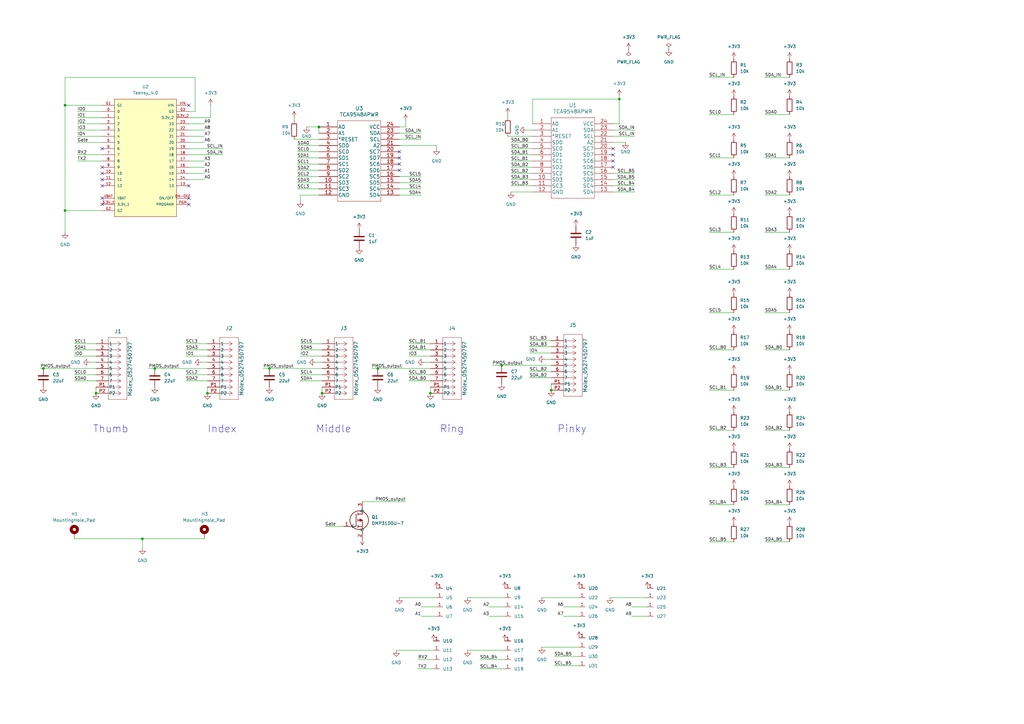
<source format=kicad_sch>
(kicad_sch (version 20230121) (generator eeschema)
  (paper "A3")
  (title_block (title "Main PCB V3 (for back of hand)") (company "CREATE lab EPFL") (comment 1 "Selina BOTHNER"))
  (junction (at 254 40.64))
  (junction (at 85.09 161.29))
  (junction (at 176.53 161.29))
  (junction (at 39.37 161.29))
  (junction (at 154.94 151.13))
  (junction (at 58.42 220.98))
  (junction (at 132.08 161.29))
  (junction (at 205.74 149.86))
  (junction (at 26.67 43.18))
  (junction (at 17.78 151.13))
  (junction (at 63.5 151.13))
  (junction (at 26.67 86.36))
  (junction (at 110.49 151.13))
  (junction (at 226.06 160.02))
  (junction (at 130.81 52.07))
  (no_connect (at 41.91 68.58))
  (no_connect (at 77.47 76.2))
  (no_connect (at 77.47 83.82))
  (no_connect (at 41.91 73.66))
  (no_connect (at 163.83 64.77))
  (no_connect (at 251.46 68.58))
  (no_connect (at 77.47 43.18))
  (no_connect (at 41.91 71.12))
  (no_connect (at 77.47 81.28))
  (no_connect (at 251.46 60.96))
  (no_connect (at 251.46 66.04))
  (no_connect (at 41.91 83.82))
  (no_connect (at 163.83 67.31))
  (no_connect (at 251.46 63.5))
  (no_connect (at 41.91 76.2))
  (no_connect (at 163.83 69.85))
  (no_connect (at 41.91 81.28))
  (no_connect (at 41.91 60.96))
  (no_connect (at 163.83 62.23))
  (wire (pts (xy 313.69 80.01) (xy 323.85 80.01)))
  (wire (pts (xy 313.69 191.77) (xy 323.85 191.77)))
  (wire (pts (xy 77.47 68.58) (xy 83.82 68.58)))
  (wire (pts (xy 167.64 153.67) (xy 176.53 153.67)))
  (wire (pts (xy 17.78 151.13) (xy 39.37 151.13)))
  (wire (pts (xy 209.55 58.42) (xy 218.44 58.42)))
  (wire (pts (xy 217.17 154.94) (xy 226.06 154.94)))
  (wire (pts (xy 107.95 151.13) (xy 110.49 151.13)))
  (wire (pts (xy 162.56 266.7) (xy 177.8 266.7)))
  (wire (pts (xy 30.48 156.21) (xy 39.37 156.21)))
  (wire (pts (xy 265.43 252.73) (xy 259.08 252.73)))
  (wire (pts (xy 26.67 31.75) (xy 26.67 43.18)))
  (wire (pts (xy 191.77 245.11) (xy 207.01 245.11)))
  (wire (pts (xy 217.17 139.7) (xy 226.06 139.7)))
  (wire (pts (xy 254 39.37) (xy 254 40.64)))
  (wire (pts (xy 121.92 67.31) (xy 130.81 67.31)))
  (wire (pts (xy 167.64 156.21) (xy 176.53 156.21)))
  (wire (pts (xy 251.46 55.88) (xy 260.35 55.88)))
  (wire (pts (xy 251.46 76.2) (xy 260.35 76.2)))
  (wire (pts (xy 123.19 80.01) (xy 130.81 80.01)))
  (wire (pts (xy 77.47 71.12) (xy 83.82 71.12)))
  (wire (pts (xy 208.28 48.26) (xy 208.28 46.99)))
  (wire (pts (xy 31.75 53.34) (xy 41.91 53.34)))
  (wire (pts (xy 132.08 158.75) (xy 132.08 161.29)))
  (wire (pts (xy 26.67 86.36) (xy 41.91 86.36)))
  (wire (pts (xy 172.72 80.01) (xy 163.83 80.01)))
  (wire (pts (xy 85.09 148.59) (xy 82.55 148.59)))
  (wire (pts (xy 177.8 270.51) (xy 171.45 270.51)))
  (wire (pts (xy 121.92 62.23) (xy 130.81 62.23)))
  (wire (pts (xy 254 40.64) (xy 254 50.8)))
  (wire (pts (xy 177.8 274.32) (xy 171.45 274.32)))
  (wire (pts (xy 31.75 63.5) (xy 41.91 63.5)))
  (wire (pts (xy 63.5 151.13) (xy 85.09 151.13)))
  (wire (pts (xy 123.19 156.21) (xy 132.08 156.21)))
  (wire (pts (xy 31.75 45.72) (xy 41.91 45.72)))
  (wire (pts (xy 31.75 50.8) (xy 41.91 50.8)))
  (wire (pts (xy 31.75 48.26) (xy 41.91 48.26)))
  (wire (pts (xy 77.47 63.5) (xy 91.44 63.5)))
  (wire (pts (xy 254 50.8) (xy 251.46 50.8)))
  (wire (pts (xy 209.55 71.12) (xy 218.44 71.12)))
  (wire (pts (xy 77.47 55.88) (xy 83.82 55.88)))
  (wire (pts (xy 120.65 49.53) (xy 120.65 48.26)))
  (wire (pts (xy 207.01 248.92) (xy 200.66 248.92)))
  (wire (pts (xy 77.47 73.66) (xy 83.82 73.66)))
  (wire (pts (xy 290.83 176.53) (xy 300.99 176.53)))
  (wire (pts (xy 176.53 148.59) (xy 173.99 148.59)))
  (wire (pts (xy 31.75 58.42) (xy 41.91 58.42)))
  (wire (pts (xy 313.69 160.02) (xy 323.85 160.02)))
  (wire (pts (xy 31.75 66.04) (xy 41.91 66.04)))
  (wire (pts (xy 77.47 45.72) (xy 80.01 45.72)))
  (wire (pts (xy 172.72 74.93) (xy 163.83 74.93)))
  (wire (pts (xy 209.55 78.74) (xy 218.44 78.74)))
  (wire (pts (xy 76.2 156.21) (xy 85.09 156.21)))
  (wire (pts (xy 209.55 66.04) (xy 218.44 66.04)))
  (wire (pts (xy 80.01 31.75) (xy 26.67 31.75)))
  (wire (pts (xy 313.69 64.77) (xy 323.85 64.77)))
  (wire (pts (xy 179.07 59.69) (xy 163.83 59.69)))
  (wire (pts (xy 217.17 152.4) (xy 226.06 152.4)))
  (wire (pts (xy 16.51 151.13) (xy 17.78 151.13)))
  (wire (pts (xy 60.96 151.13) (xy 63.5 151.13)))
  (wire (pts (xy 217.17 144.78) (xy 226.06 144.78)))
  (wire (pts (xy 121.92 69.85) (xy 130.81 69.85)))
  (wire (pts (xy 30.48 146.05) (xy 39.37 146.05)))
  (wire (pts (xy 163.83 245.11) (xy 179.07 245.11)))
  (wire (pts (xy 222.25 265.43) (xy 237.49 265.43)))
  (wire (pts (xy 179.07 248.92) (xy 172.72 248.92)))
  (wire (pts (xy 176.53 158.75) (xy 176.53 161.29)))
  (wire (pts (xy 166.37 52.07) (xy 166.37 49.53)))
  (wire (pts (xy 251.46 73.66) (xy 260.35 73.66)))
  (wire (pts (xy 30.48 153.67) (xy 39.37 153.67)))
  (wire (pts (xy 251.46 58.42) (xy 256.54 58.42)))
  (wire (pts (xy 85.09 158.75) (xy 85.09 161.29)))
  (wire (pts (xy 227.33 273.05) (xy 237.49 273.05)))
  (wire (pts (xy 123.19 80.01) (xy 123.19 82.55)))
  (wire (pts (xy 226.06 157.48) (xy 226.06 160.02)))
  (wire (pts (xy 76.2 146.05) (xy 85.09 146.05)))
  (wire (pts (xy 290.83 110.49) (xy 300.99 110.49)))
  (wire (pts (xy 290.83 191.77) (xy 300.99 191.77)))
  (wire (pts (xy 77.47 53.34) (xy 83.82 53.34)))
  (wire (pts (xy 201.93 149.86) (xy 205.74 149.86)))
  (wire (pts (xy 209.55 68.58) (xy 218.44 68.58)))
  (wire (pts (xy 110.49 151.13) (xy 132.08 151.13)))
  (wire (pts (xy 120.65 57.15) (xy 130.81 57.15)))
  (wire (pts (xy 290.83 31.75) (xy 300.99 31.75)))
  (wire (pts (xy 132.08 148.59) (xy 129.54 148.59)))
  (wire (pts (xy 26.67 95.25) (xy 26.67 86.36)))
  (wire (pts (xy 209.55 73.66) (xy 218.44 73.66)))
  (wire (pts (xy 58.42 220.98) (xy 83.82 220.98)))
  (wire (pts (xy 313.69 176.53) (xy 323.85 176.53)))
  (wire (pts (xy 313.69 128.27) (xy 323.85 128.27)))
  (wire (pts (xy 313.69 207.01) (xy 323.85 207.01)))
  (wire (pts (xy 313.69 143.51) (xy 323.85 143.51)))
  (wire (pts (xy 36.83 148.59) (xy 39.37 148.59)))
  (wire (pts (xy 133.35 215.9) (xy 140.97 215.9)))
  (wire (pts (xy 196.85 274.32) (xy 207.01 274.32)))
  (wire (pts (xy 77.47 66.04) (xy 83.82 66.04)))
  (wire (pts (xy 290.83 143.51) (xy 300.99 143.51)))
  (wire (pts (xy 26.67 43.18) (xy 26.67 86.36)))
  (wire (pts (xy 290.83 160.02) (xy 300.99 160.02)))
  (wire (pts (xy 290.83 46.99) (xy 300.99 46.99)))
  (wire (pts (xy 313.69 31.75) (xy 323.85 31.75)))
  (wire (pts (xy 313.69 222.25) (xy 323.85 222.25)))
  (wire (pts (xy 39.37 158.75) (xy 39.37 161.29)))
  (wire (pts (xy 209.55 60.96) (xy 218.44 60.96)))
  (wire (pts (xy 166.37 205.74) (xy 148.59 205.74)))
  (wire (pts (xy 121.92 59.69) (xy 130.81 59.69)))
  (wire (pts (xy 31.75 55.88) (xy 41.91 55.88)))
  (wire (pts (xy 218.44 50.8) (xy 218.44 40.64)))
  (wire (pts (xy 58.42 220.98) (xy 58.42 224.79)))
  (wire (pts (xy 313.69 95.25) (xy 323.85 95.25)))
  (wire (pts (xy 163.83 54.61) (xy 172.72 54.61)))
  (wire (pts (xy 167.64 146.05) (xy 176.53 146.05)))
  (wire (pts (xy 237.49 248.92) (xy 231.14 248.92)))
  (wire (pts (xy 250.19 245.11) (xy 265.43 245.11)))
  (wire (pts (xy 251.46 53.34) (xy 260.35 53.34)))
  (wire (pts (xy 196.85 270.51) (xy 207.01 270.51)))
  (wire (pts (xy 179.07 252.73) (xy 172.72 252.73)))
  (wire (pts (xy 77.47 60.96) (xy 91.44 60.96)))
  (wire (pts (xy 30.48 220.98) (xy 58.42 220.98)))
  (wire (pts (xy 166.37 52.07) (xy 163.83 52.07)))
  (wire (pts (xy 30.48 143.51) (xy 39.37 143.51)))
  (wire (pts (xy 80.01 45.72) (xy 80.01 31.75)))
  (wire (pts (xy 76.2 153.67) (xy 85.09 153.67)))
  (wire (pts (xy 207.01 252.73) (xy 200.66 252.73)))
  (wire (pts (xy 290.83 207.01) (xy 300.99 207.01)))
  (wire (pts (xy 290.83 222.25) (xy 300.99 222.25)))
  (wire (pts (xy 237.49 252.73) (xy 231.14 252.73)))
  (wire (pts (xy 77.47 48.26) (xy 86.36 48.26)))
  (wire (pts (xy 123.19 153.67) (xy 132.08 153.67)))
  (wire (pts (xy 121.92 74.93) (xy 130.81 74.93)))
  (wire (pts (xy 290.83 128.27) (xy 300.99 128.27)))
  (wire (pts (xy 76.2 140.97) (xy 85.09 140.97)))
  (wire (pts (xy 123.19 140.97) (xy 132.08 140.97)))
  (wire (pts (xy 217.17 142.24) (xy 226.06 142.24)))
  (wire (pts (xy 191.77 266.7) (xy 207.01 266.7)))
  (wire (pts (xy 130.81 54.61) (xy 130.81 52.07)))
  (wire (pts (xy 41.91 43.18) (xy 26.67 43.18)))
  (wire (pts (xy 121.92 72.39) (xy 130.81 72.39)))
  (wire (pts (xy 152.4 151.13) (xy 154.94 151.13)))
  (wire (pts (xy 218.44 53.34) (xy 215.9 53.34)))
  (wire (pts (xy 227.33 269.24) (xy 237.49 269.24)))
  (wire (pts (xy 179.07 60.96) (xy 179.07 59.69)))
  (wire (pts (xy 121.92 64.77) (xy 130.81 64.77)))
  (wire (pts (xy 86.36 48.26) (xy 86.36 43.18)))
  (wire (pts (xy 218.44 40.64) (xy 254 40.64)))
  (wire (pts (xy 123.19 146.05) (xy 132.08 146.05)))
  (wire (pts (xy 76.2 143.51) (xy 85.09 143.51)))
  (wire (pts (xy 313.69 46.99) (xy 323.85 46.99)))
  (wire (pts (xy 121.92 77.47) (xy 130.81 77.47)))
  (wire (pts (xy 209.55 76.2) (xy 218.44 76.2)))
  (wire (pts (xy 163.83 57.15) (xy 172.72 57.15)))
  (wire (pts (xy 172.72 72.39) (xy 163.83 72.39)))
  (wire (pts (xy 154.94 151.13) (xy 176.53 151.13)))
  (wire (pts (xy 205.74 149.86) (xy 226.06 149.86)))
  (wire (pts (xy 290.83 80.01) (xy 300.99 80.01)))
  (wire (pts (xy 30.48 140.97) (xy 39.37 140.97)))
  (wire (pts (xy 208.28 55.88) (xy 218.44 55.88)))
  (wire (pts (xy 290.83 95.25) (xy 300.99 95.25)))
  (wire (pts (xy 251.46 71.12) (xy 260.35 71.12)))
  (wire (pts (xy 290.83 64.77) (xy 300.99 64.77)))
  (wire (pts (xy 251.46 78.74) (xy 260.35 78.74)))
  (wire (pts (xy 172.72 77.47) (xy 163.83 77.47)))
  (wire (pts (xy 130.81 52.07) (xy 125.73 52.07)))
  (wire (pts (xy 313.69 110.49) (xy 323.85 110.49)))
  (wire (pts (xy 226.06 147.32) (xy 223.52 147.32)))
  (wire (pts (xy 167.64 140.97) (xy 176.53 140.97)))
  (wire (pts (xy 265.43 248.92) (xy 259.08 248.92)))
  (wire (pts (xy 209.55 63.5) (xy 218.44 63.5)))
  (wire (pts (xy 123.19 143.51) (xy 132.08 143.51)))
  (wire (pts (xy 77.47 58.42) (xy 83.82 58.42)))
  (wire (pts (xy 222.25 245.11) (xy 237.49 245.11)))
  (wire (pts (xy 77.47 50.8) (xy 83.82 50.8)))
  (wire (pts (xy 167.64 143.51) (xy 176.53 143.51)))
  (text "Thumb" (at 38.1 177.8 0) (effects (font (size 3 3)) (justify left bottom)))
  (text "Index" (at 85.09 177.8 0) (effects (font (size 3 3)) (justify left bottom)))
  (text "Ring" (at 180.34 177.8 0) (effects (font (size 3 3)) (justify left bottom)))
  (text "Middle" (at 129.54 177.8 0) (effects (font (size 3 3)) (justify left bottom)))
  (text "Pinky" (at 228.6 177.8 0) (effects (font (size 3 3)) (justify left bottom)))
  (label "SCL1" (at 290.83 64.77 0))
  (label "IO4" (at 31.75 55.88 0))
  (label "A0" (at 83.82 73.66 0))
  (label "Gate" (at 133.35 215.9 0))
  (label "SCL_B1" (at 290.83 160.02 0))
  (label "SDA_B5" (at 227.33 269.24 0))
  (label "SDA5" (at 172.72 74.93 180))
  (label "SCL_B5" (at 290.83 222.25 0))
  (label "SDA3" (at 76.2 143.51 0))
  (label "SDA_B2" (at 209.55 68.58 0))
  (label "SDA_B1" (at 209.55 63.5 0))
  (label "PMOS_output" (at 16.51 151.13 0))
  (label "A2" (at 83.82 68.58 0))
  (label "SCL5" (at 123.19 140.97 0))
  (label "SCL_B5" (at 227.33 273.05 0))
  (label "SCL_B2" (at 217.17 152.4 0))
  (label "SDA3" (at 121.92 74.93 0))
  (label "SCL_IN" (at 290.83 31.75 0))
  (label "A8" (at 83.82 53.34 0))
  (label "A1" (at 172.72 252.73 180))
  (label "SDA_B4" (at 313.69 207.01 0))
  (label "IO0" (at 31.75 45.72 0))
  (label "A1" (at 83.82 71.12 0))
  (label "SDA_B5" (at 260.35 73.66 180))
  (label "SCL_B5" (at 260.35 71.12 180))
  (label "SCL_B2" (at 290.83 176.53 0))
  (label "SDA_B3" (at 217.17 142.24 0))
  (label "A9" (at 83.82 50.8 0))
  (label "SDA_B2" (at 217.17 154.94 0))
  (label "SDA1" (at 313.69 64.77 0))
  (label "SCL1" (at 30.48 140.97 0))
  (label "A2" (at 200.66 248.92 180))
  (label "RX2" (at 171.45 270.51 0))
  (label "IO3" (at 31.75 53.34 0))
  (label "SDA_B3" (at 209.55 73.66 0))
  (label "SDA2" (at 121.92 69.85 0))
  (label "SCL4" (at 172.72 77.47 180))
  (label "SDA3" (at 313.69 95.25 0))
  (label "PMOS_output" (at 201.93 149.86 0))
  (label "A9" (at 259.08 252.73 180))
  (label "IO2" (at 123.19 146.05 0))
  (label "IO1" (at 31.75 48.26 0))
  (label "SDA0" (at 313.69 46.99 0))
  (label "SDA2" (at 76.2 156.21 0))
  (label "SDA_B0" (at 167.64 156.21 0))
  (label "IO0" (at 30.48 146.05 0))
  (label "SDA_B1" (at 167.64 143.51 0))
  (label "SCL_IN" (at 260.35 55.88 180))
  (label "SCL_IN" (at 172.72 57.15 180))
  (label "A7" (at 231.14 252.73 180))
  (label "SDA_IN" (at 172.72 54.61 180))
  (label "SCL_B3" (at 217.17 139.7 0))
  (label "SCL_B4" (at 196.85 274.32 0))
  (label "A6" (at 231.14 248.92 180))
  (label "SDA_IN" (at 91.44 63.5 180))
  (label "SDA4" (at 123.19 156.21 0))
  (label "SDA_B5" (at 313.69 222.25 0))
  (label "PMOS_output" (at 107.95 151.13 0))
  (label "A6" (at 83.82 58.42 0))
  (label "SDA4" (at 172.72 80.01 180))
  (label "SDA5" (at 123.19 143.51 0))
  (label "SCL2" (at 290.83 80.01 0))
  (label "SCL_B1" (at 209.55 66.04 0))
  (label "SDA_B4" (at 260.35 78.74 180))
  (label "SCL3" (at 121.92 77.47 0))
  (label "SDA_B3" (at 313.69 191.77 0))
  (label "SDA0" (at 121.92 59.69 0))
  (label "IO4" (at 217.17 144.78 0))
  (label "SDA2" (at 313.69 80.01 0))
  (label "SDA5" (at 313.69 128.27 0))
  (label "SDA_B1" (at 313.69 160.02 0))
  (label "SCL4" (at 123.19 153.67 0))
  (label "A8" (at 259.08 248.92 180))
  (label "SDA0" (at 30.48 156.21 0))
  (label "SCL_B0" (at 290.83 143.51 0))
  (label "A7" (at 83.82 55.88 0))
  (label "A3" (at 200.66 252.73 180))
  (label "SCL_IN" (at 91.44 60.96 180))
  (label "PMOS_output" (at 60.96 151.13 0))
  (label "SDA_B2" (at 313.69 176.53 0))
  (label "SCL0" (at 121.92 62.23 0))
  (label "SCL_B3" (at 209.55 76.2 0))
  (label "SCL_B2" (at 209.55 71.12 0))
  (label "SDA_B0" (at 209.55 58.42 0))
  (label "Gate" (at 31.75 58.42 0))
  (label "A3" (at 83.82 66.04 0))
  (label "IO2" (at 31.75 50.8 0))
  (label "SCL4" (at 290.83 110.49 0))
  (label "RX2" (at 31.75 63.5 0))
  (label "SDA_IN" (at 260.35 53.34 180))
  (label "IO1" (at 76.2 146.05 0))
  (label "SCL_B1" (at 167.64 140.97 0))
  (label "TX2" (at 171.45 274.32 0))
  (label "SCL_B4" (at 290.83 207.01 0))
  (label "SCL2" (at 121.92 72.39 0))
  (label "SDA4" (at 313.69 110.49 0))
  (label "SDA_B0" (at 313.69 143.51 0))
  (label "SDA_B4" (at 196.85 270.51 0))
  (label "SCL0" (at 290.83 46.99 0))
  (label "SCL5" (at 172.72 72.39 180))
  (label "SCL_B0" (at 209.55 60.96 0))
  (label "SCL5" (at 290.83 128.27 0))
  (label "SCL1" (at 121.92 67.31 0))
  (label "SCL_B3" (at 290.83 191.77 0))
  (label "SDA1" (at 121.92 64.77 0))
  (label "SCL0" (at 30.48 153.67 0))
  (label "PMOS_output" (at 152.4 151.13 0))
  (label "SCL2" (at 76.2 153.67 0))
  (label "TX2" (at 31.75 66.04 0))
  (label "SCL_B0" (at 167.64 153.67 0))
  (label "A0" (at 172.72 248.92 180))
  (label "SDA_IN" (at 313.69 31.75 0))
  (label "SCL_B4" (at 260.35 76.2 180))
  (label "SDA1" (at 30.48 143.51 0))
  (label "PMOS_output" (at 166.37 205.74 180))
  (label "SCL3" (at 76.2 140.97 0))
  (label "IO3" (at 167.64 146.05 0))
  (label "SCL3" (at 290.83 95.25 0))
  (symbol (lib_id "power:GND") (at 162.56 266.7 0) (unit 1)
    (property "Reference" "#PWR063" (effects hide))
    (property "Value" "GND" (at 162.56 271.78 0))
  )
  (symbol (lib_id "power:+3V3") (at 300.99 57.15 0) (unit 1)
    (property "Reference" "#PWR013" (effects hide))
    (property "Value" "+3V3" (at 300.99 52.07 0))
  )
  (symbol (lib_id "power:GND") (at 36.83 148.59 270) (unit 1)
    (property "Reference" "#PWR06" (effects hide))
    (property "Value" "GND" (at 33.02 148.59 90) (effects (justify right)))
  )
  (symbol (lib_id "power:+3V3") (at 237.49 241.3 0) (unit 1)
    (property "Reference" "#PWR068" (effects hide))
    (property "Value" "+3V3" (at 237.49 236.22 0))
  )
  (symbol (lib_id "MasterThesis_library:pad") (at 237.49 248.92 0) (unit 1)
    (property "Reference" "U24" (at 241.3 248.92 0) (effects (justify left)))
    (property "Value" "pad" (effects hide))
    (property "Footprint" "MasterThesis_library:pad" (effects hide))
  )
  (symbol (lib_id "power:+3V3") (at 208.28 46.99 0) (unit 1)
    (property "Reference" "#PWR029" (effects hide))
    (property "Value" "+3V3" (at 208.28 41.91 0))
  )
  (symbol (lib_id "MasterThesis_library:pad") (at 237.49 265.43 0) (unit 1)
    (property "Reference" "U29" (at 241.3 265.43 0) (effects (justify left)))
    (property "Value" "pad" (effects hide))
    (property "Footprint" "MasterThesis_library:pad" (effects hide))
  )
  (symbol (lib_id "power:GND") (at 236.22 100.33 0) (unit 1)
    (property "Reference" "#PWR027" (effects hide))
    (property "Value" "GND" (at 236.22 105.41 0))
  )
  (symbol (lib_id "power:GND") (at 110.49 158.75 0) (unit 1)
    (property "Reference" "#PWR054" (effects hide))
    (property "Value" "GND" (at 110.49 163.83 0))
  )
  (symbol (lib_id "power:GND") (at 173.99 148.59 270) (unit 1)
    (property "Reference" "#PWR032" (effects hide))
    (property "Value" "GND" (at 170.18 148.59 90) (effects (justify right)))
  )
  (symbol (lib_id "power:+3V3") (at 300.99 72.39 0) (unit 1)
    (property "Reference" "#PWR015" (effects hide))
    (property "Value" "+3V3" (at 300.99 67.31 0))
  )
  (symbol (lib_id "power:+3V3") (at 207.01 241.3 0) (unit 1)
    (property "Reference" "#PWR060" (effects hide))
    (property "Value" "+3V3" (at 207.01 236.22 0))
  )
  (symbol (lib_id "power:+3V3") (at 166.37 49.53 0) (unit 1)
    (property "Reference" "#PWR05" (effects hide))
    (property "Value" "+3V3" (at 166.37 44.45 0))
  )
  (symbol (lib_id "power:+3V3") (at 323.85 199.39 0) (unit 1)
    (property "Reference" "#PWR065" (effects hide))
    (property "Value" "+3V3" (at 323.85 194.31 0))
  )
  (symbol (lib_id "power:+3V3") (at 147.32 93.98 0) (unit 1)
    (property "Reference" "#PWR025" (effects hide))
    (property "Value" "+3V3" (at 147.32 88.9 0))
  )
  (symbol (lib_id "MasterThesis_library:pad") (at 237.49 261.62 0) (unit 1)
    (property "Reference" "U28" (at 241.3 261.62 0) (effects (justify left)))
    (property "Value" "pad" (effects hide))
    (property "Footprint" "MasterThesis_library:pad" (effects hide))
  )
  (symbol (lib_id "MasterThesis_library:pad") (at 237.49 252.73 0) (unit 1)
    (property "Reference" "U26" (at 241.3 252.73 0) (effects (justify left)))
    (property "Value" "pad" (effects hide))
    (property "Footprint" "MasterThesis_library:pad" (effects hide))
  )
  (symbol (lib_id "power:+3V3") (at 300.99 102.87 0) (unit 1)
    (property "Reference" "#PWR039" (effects hide))
    (property "Value" "+3V3" (at 300.99 97.79 0))
  )
  (symbol (lib_id "power:GND") (at 129.54 148.59 270) (unit 1)
    (property "Reference" "#PWR030" (effects hide))
    (property "Value" "GND" (at 125.73 148.59 90) (effects (justify right)))
  )
  (symbol (lib_id "MasterThesis_library:Molex_0527450797") (at 39.37 140.97 0) (unit 1)
    (property "Reference" "J1" (at 46.99 135.89 0) (effects (font (size 1.524 1.524)) (justify left)))
    (property "Value" "Molex_0527450797" (at 53.34 162.56 90) (effects (font (size 1.524 1.524)) (justify left)))
    (property "Footprint" "MasterThesis_library:Molex_0527450797" (effects hide))
    (property "Datasheet" "527450797" (effects hide))
  )
  (symbol (lib_id "power:PWR_FLAG") (at 257.81 20.32 180) (unit 1)
    (property "Reference" "#FLG02" (effects hide))
    (property "Value" "PWR_FLAG" (at 257.81 25.4 0))
  )
  (symbol (lib_id "Device:C") (at 63.5 154.94 0) (unit 1)
    (property "Reference" "C4" (at 67.31 153.67 0) (effects (justify left)))
    (property "Value" "22uF" (at 67.31 156.21 0) (effects (justify left)))
    (property "Footprint" "MasterThesis_library:0402_HandSolder" (effects hide))
  )
  (symbol (lib_id "power:GND") (at 256.54 58.42 0) (unit 1)
    (property "Reference" "#PWR051" (effects hide))
    (property "Value" "GND" (at 256.54 62.23 0))
  )
  (symbol (lib_id "MasterThesis_library:pad") (at 265.43 245.11 0) (unit 1)
    (property "Reference" "U23" (at 269.24 245.11 0) (effects (justify left)))
    (property "Value" "pad" (effects hide))
    (property "Footprint" "MasterThesis_library:pad" (effects hide))
  )
  (symbol (lib_id "power:GND") (at 17.78 158.75 0) (unit 1)
    (property "Reference" "#PWR052" (effects hide))
    (property "Value" "GND" (at 17.78 163.83 0))
  )
  (symbol (lib_id "Device:C") (at 17.78 154.94 0) (unit 1)
    (property "Reference" "C3" (at 21.59 153.67 0) (effects (justify left)))
    (property "Value" "22uF" (at 21.59 156.21 0) (effects (justify left)))
    (property "Footprint" "MasterThesis_library:0402_HandSolder" (effects hide))
  )
  (symbol (lib_id "Device:R") (at 120.65 53.34 0) (unit 1)
    (property "Reference" "R9" (at 115.57 52.07 0) (effects (justify left)))
    (property "Value" "10k" (at 115.57 54.61 0) (effects (justify left)))
    (property "Footprint" "MasterThesis_library:0402_HandSolder" (effects hide))
  )
  (symbol (lib_id "Mechanical:MountingHole_Pad") (at 83.82 218.44 0) (unit 1)
    (property "Reference" "H3" (at 82.55 210.82 0) (effects (justify left)))
    (property "Value" "MountingHole_Pad" (at 74.93 213.36 0) (effects (justify left)))
    (property "Footprint" "MountingHole:MountingHole_3.2mm_M3_DIN965_Pad" (effects hide))
  )
  (symbol (lib_id "Mechanical:MountingHole_Pad") (at 30.48 218.44 0) (unit 1)
    (property "Reference" "H1" (at 29.21 210.82 0) (effects (justify left)))
    (property "Value" "MountingHole_Pad" (at 21.59 213.36 0) (effects (justify left)))
    (property "Footprint" "MountingHole:MountingHole_3.2mm_M3_DIN965_Pad" (effects hide))
  )
  (symbol (lib_id "power:+3V3") (at 237.49 261.62 0) (unit 1)
    (property "Reference" "#PWR074" (effects hide))
    (property "Value" "+3V3" (at 237.49 256.54 0))
  )
  (symbol (lib_id "MasterThesis_library:pad") (at 207.01 241.3 0) (unit 1)
    (property "Reference" "U8" (at 210.82 241.3 0) (effects (justify left)))
    (property "Value" "pad" (effects hide))
    (property "Footprint" "MasterThesis_library:pad" (effects hide))
  )
  (symbol (lib_id "power:+3V3") (at 179.07 241.3 0) (unit 1)
    (property "Reference" "#PWR058" (effects hide))
    (property "Value" "+3V3" (at 179.07 236.22 0))
  )
  (symbol (lib_id "Device:R") (at 323.85 124.46 0) (unit 1)
    (property "Reference" "R16" (at 326.39 123.19 0) (effects (justify left)))
    (property "Value" "10k" (at 326.39 125.73 0) (effects (justify left)))
    (property "Footprint" "MasterThesis_library:0402_HandSolder" (effects hide))
  )
  (symbol (lib_id "power:+3V3") (at 323.85 72.39 0) (unit 1)
    (property "Reference" "#PWR016" (effects hide))
    (property "Value" "+3V3" (at 323.85 67.31 0))
  )
  (symbol (lib_id "power:GND") (at 147.32 101.6 0) (unit 1)
    (property "Reference" "#PWR026" (effects hide))
    (property "Value" "GND" (at 147.32 106.68 0))
  )
  (symbol (lib_id "Device:R") (at 323.85 139.7 0) (unit 1)
    (property "Reference" "R18" (at 326.39 138.43 0) (effects (justify left)))
    (property "Value" "10k" (at 326.39 140.97 0) (effects (justify left)))
    (property "Footprint" "MasterThesis_library:0402_HandSolder" (effects hide))
  )
  (symbol (lib_id "MasterThesis_library:Molex_0527450797") (at 176.53 140.97 0) (unit 1)
    (property "Reference" "J4" (at 185.42 134.62 0) (effects (font (size 1.524 1.524))))
    (property "Value" "Molex_0527450797" (at 190.5 151.13 90) (effects (font (size 1.524 1.524))))
    (property "Footprint" "MasterThesis_library:Molex_0527450797" (effects hide))
    (property "Datasheet" "527450797" (effects hide))
  )
  (symbol (lib_id "Device:R") (at 323.85 60.96 0) (unit 1)
    (property "Reference" "R6" (at 326.39 59.69 0) (effects (justify left)))
    (property "Value" "10k" (at 326.39 62.23 0) (effects (justify left)))
    (property "Footprint" "MasterThesis_library:0402_HandSolder" (effects hide))
  )
  (symbol (lib_id "MasterThesis_library:pad") (at 265.43 241.3 0) (unit 1)
    (property "Reference" "U21" (at 269.24 241.3 0) (effects (justify left)))
    (property "Value" "pad" (effects hide))
    (property "Footprint" "MasterThesis_library:pad" (effects hide))
  )
  (symbol (lib_id "Device:C") (at 147.32 97.79 0) (unit 1)
    (property "Reference" "C1" (at 151.13 96.52 0) (effects (justify left)))
    (property "Value" "1uF" (at 151.13 99.06 0) (effects (justify left)))
    (property "Footprint" "MasterThesis_library:0402_HandSolder" (effects hide))
  )
  (symbol (lib_id "power:GND") (at 250.19 245.11 0) (unit 1)
    (property "Reference" "#PWR071" (effects hide))
    (property "Value" "GND" (at 250.19 250.19 0))
  )
  (symbol (lib_id "power:+3V3") (at 323.85 87.63 0) (unit 1)
    (property "Reference" "#PWR038" (effects hide))
    (property "Value" "+3V3" (at 323.85 82.55 0))
  )
  (symbol (lib_id "power:+3V3") (at 86.36 43.18 0) (unit 1)
    (property "Reference" "#PWR04" (effects hide))
    (property "Value" "+3V3" (at 86.36 38.1 0))
  )
  (symbol (lib_id "power:GND") (at 191.77 266.7 0) (unit 1)
    (property "Reference" "#PWR067" (effects hide))
    (property "Value" "GND" (at 191.77 271.78 0))
  )
  (symbol (lib_id "MasterThesis_library:Molex_0527450797") (at 132.08 140.97 0) (unit 1)
    (property "Reference" "J3" (at 140.97 134.62 0) (effects (font (size 1.524 1.524))))
    (property "Value" "Molex_0527450797" (at 146.05 151.13 90) (effects (font (size 1.524 1.524))))
    (property "Footprint" "MasterThesis_library:Molex_0527450797" (effects hide))
    (property "Datasheet" "527450797" (effects hide))
  )
  (symbol (lib_id "power:GND") (at 63.5 158.75 0) (unit 1)
    (property "Reference" "#PWR053" (effects hide))
    (property "Value" "GND" (at 63.5 163.83 0))
  )
  (symbol (lib_id "Device:R") (at 323.85 43.18 0) (unit 1)
    (property "Reference" "R4" (at 326.39 41.91 0) (effects (justify left)))
    (property "Value" "10k" (at 326.39 44.45 0) (effects (justify left)))
    (property "Footprint" "MasterThesis_library:0402_HandSolder" (effects hide))
  )
  (symbol (lib_id "Device:R") (at 323.85 187.96 0) (unit 1)
    (property "Reference" "R22" (at 326.39 186.69 0) (effects (justify left)))
    (property "Value" "10k" (at 326.39 189.23 0) (effects (justify left)))
    (property "Footprint" "MasterThesis_library:0402_HandSolder" (effects hide))
  )
  (symbol (lib_id "Device:R") (at 323.85 156.21 0) (unit 1)
    (property "Reference" "R20" (at 326.39 154.94 0) (effects (justify left)))
    (property "Value" "10k" (at 326.39 157.48 0) (effects (justify left)))
    (property "Footprint" "MasterThesis_library:0402_HandSolder" (effects hide))
  )
  (symbol (lib_id "power:+3V3") (at 300.99 87.63 0) (unit 1)
    (property "Reference" "#PWR037" (effects hide))
    (property "Value" "+3V3" (at 300.99 82.55 0))
  )
  (symbol (lib_id "power:GND") (at 26.67 95.25 0) (unit 1)
    (property "Reference" "#PWR01" (effects hide))
    (property "Value" "GND" (at 26.67 100.33 0))
  )
  (symbol (lib_id "power:GND") (at 58.42 224.79 0) (unit 1)
    (property "Reference" "#PWR022" (effects hide))
    (property "Value" "GND" (at 58.42 229.87 0))
  )
  (symbol (lib_id "Device:R") (at 300.99 106.68 0) (unit 1)
    (property "Reference" "R13" (at 303.53 105.41 0) (effects (justify left)))
    (property "Value" "10k" (at 303.53 107.95 0) (effects (justify left)))
    (property "Footprint" "MasterThesis_library:0402_HandSolder" (effects hide))
  )
  (symbol (lib_id "MasterThesis_library:pad") (at 207.01 274.32 0) (unit 1)
    (property "Reference" "U19" (at 210.82 274.32 0) (effects (justify left)))
    (property "Value" "pad" (effects hide))
    (property "Footprint" "MasterThesis_library:pad" (effects hide))
  )
  (symbol (lib_id "power:GND") (at 215.9 53.34 270) (unit 1)
    (property "Reference" "#PWR036" (effects hide))
    (property "Value" "GND" (at 212.09 53.34 0))
  )
  (symbol (lib_id "Device:R") (at 323.85 172.72 0) (unit 1)
    (property "Reference" "R24" (at 326.39 171.45 0) (effects (justify left)))
    (property "Value" "10k" (at 326.39 173.99 0) (effects (justify left)))
    (property "Footprint" "MasterThesis_library:0402_HandSolder" (effects hide))
  )
  (symbol (lib_id "power:GND") (at 222.25 245.11 0) (unit 1)
    (property "Reference" "#PWR070" (effects hide))
    (property "Value" "GND" (at 222.25 250.19 0))
  )
  (symbol (lib_id "MasterThesis_library:Molex_0527450797") (at 85.09 140.97 0) (unit 1)
    (property "Reference" "J2" (at 93.98 134.62 0) (effects (font (size 1.524 1.524))))
    (property "Value" "Molex_0527450797" (at 99.06 151.13 90) (effects (font (size 1.524 1.524))))
    (property "Footprint" "MasterThesis_library:Molex_0527450797" (effects hide))
    (property "Datasheet" "527450797" (effects hide))
  )
  (symbol (lib_id "MasterThesis_library:pad") (at 207.01 245.11 0) (unit 1)
    (property "Reference" "U9" (at 210.82 245.11 0) (effects (justify left)))
    (property "Value" "pad" (effects hide))
    (property "Footprint" "MasterThesis_library:pad" (effects hide))
  )
  (symbol (lib_id "MasterThesis_library:pad") (at 207.01 270.51 0) (unit 1)
    (property "Reference" "U18" (at 210.82 270.51 0) (effects (justify left)))
    (property "Value" "pad" (effects hide))
    (property "Footprint" "MasterThesis_library:pad" (effects hide))
  )
  (symbol (lib_id "MasterThesis_library:Molex_0527450797") (at 226.06 139.7 0) (unit 1)
    (property "Reference" "J5" (at 234.95 133.35 0) (effects (font (size 1.524 1.524))))
    (property "Value" "Molex_0527450797" (at 240.03 149.86 90) (effects (font (size 1.524 1.524))))
    (property "Footprint" "MasterThesis_library:Molex_0527450797" (effects hide))
    (property "Datasheet" "527450797" (effects hide))
  )
  (symbol (lib_id "power:GND") (at 274.32 20.32 0) (unit 1)
    (property "Reference" "#PWR021" (effects hide))
    (property "Value" "GND" (at 274.32 25.4 0))
  )
  (symbol (lib_id "Device:C") (at 110.49 154.94 0) (unit 1)
    (property "Reference" "C5" (at 114.3 153.67 0) (effects (justify left)))
    (property "Value" "22uF" (at 114.3 156.21 0) (effects (justify left)))
    (property "Footprint" "MasterThesis_library:0402_HandSolder" (effects hide))
  )
  (symbol (lib_id "power:+3V3") (at 300.99 39.37 0) (unit 1)
    (property "Reference" "#PWR09" (effects hide))
    (property "Value" "+3V3" (at 300.99 34.29 0))
  )
  (symbol (lib_id "power:+3V3") (at 257.81 20.32 0) (unit 1)
    (property "Reference" "#PWR020" (effects hide))
    (property "Value" "+3V3" (at 257.81 15.24 0))
  )
  (symbol (lib_id "MasterThesis_library:pad") (at 237.49 273.05 0) (unit 1)
    (property "Reference" "U31" (at 241.3 273.05 0) (effects (justify left)))
    (property "Value" "pad" (effects hide))
    (property "Footprint" "MasterThesis_library:pad" (effects hide))
  )
  (symbol (lib_id "power:GND") (at 85.09 161.29 0) (unit 1)
    (property "Reference" "#PWR024" (effects hide))
    (property "Value" "GND" (at 85.09 166.37 0))
  )
  (symbol (lib_id "power:GND") (at 222.25 265.43 0) (unit 1)
    (property "Reference" "#PWR075" (effects hide))
    (property "Value" "GND" (at 222.25 270.51 0))
  )
  (symbol (lib_id "MasterThesis_library:pad") (at 177.8 262.89 0) (unit 1)
    (property "Reference" "U10" (at 181.61 262.89 0) (effects (justify left)))
    (property "Value" "pad" (effects hide))
    (property "Footprint" "MasterThesis_library:pad" (effects hide))
  )
  (symbol (lib_id "power:+3V3") (at 323.85 168.91 0) (unit 1)
    (property "Reference" "#PWR050" (effects hide))
    (property "Value" "+3V3" (at 323.85 163.83 0))
  )
  (symbol (lib_id "power:+3V3") (at 323.85 39.37 0) (unit 1)
    (property "Reference" "#PWR012" (effects hide))
    (property "Value" "+3V3" (at 323.85 34.29 0))
  )
  (symbol (lib_id "Device:R") (at 300.99 91.44 0) (unit 1)
    (property "Reference" "R11" (at 303.53 90.17 0) (effects (justify left)))
    (property "Value" "10k" (at 303.53 92.71 0) (effects (justify left)))
    (property "Footprint" "MasterThesis_library:0402_HandSolder" (effects hide))
  )
  (symbol (lib_id "MasterThesis_library:pad") (at 177.8 266.7 0) (unit 1)
    (property "Reference" "U11" (at 181.61 266.7 0) (effects (justify left)))
    (property "Value" "pad" (effects hide))
    (property "Footprint" "MasterThesis_library:pad" (effects hide))
  )
  (symbol (lib_id "power:+3V3") (at 323.85 184.15 0) (unit 1)
    (property "Reference" "#PWR048" (effects hide))
    (property "Value" "+3V3" (at 323.85 179.07 0))
  )
  (symbol (lib_id "MasterThesis_library:pad") (at 207.01 262.89 0) (unit 1)
    (property "Reference" "U16" (at 210.82 262.89 0) (effects (justify left)))
    (property "Value" "pad" (effects hide))
    (property "Footprint" "MasterThesis_library:pad" (effects hide))
  )
  (symbol (lib_id "Device:C") (at 205.74 153.67 0) (unit 1)
    (property "Reference" "C7" (at 209.55 152.4 0) (effects (justify left)))
    (property "Value" "22uF" (at 209.55 154.94 0) (effects (justify left)))
    (property "Footprint" "MasterThesis_library:0402_HandSolder" (effects hide))
  )
  (symbol (lib_id "power:+3V3") (at 323.85 135.89 0) (unit 1)
    (property "Reference" "#PWR044" (effects hide))
    (property "Value" "+3V3" (at 323.85 130.81 0))
  )
  (symbol (lib_id "power:+3V3") (at 300.99 199.39 0) (unit 1)
    (property "Reference" "#PWR064" (effects hide))
    (property "Value" "+3V3" (at 300.99 194.31 0))
  )
  (symbol (lib_id "power:+3V3") (at 254 39.37 0) (unit 1)
    (property "Reference" "#PWR028" (effects hide))
    (property "Value" "+3V3" (at 254 34.29 0))
  )
  (symbol (lib_id "MasterThesis_library:pad") (at 237.49 269.24 0) (unit 1)
    (property "Reference" "U30" (at 241.3 269.24 0) (effects (justify left)))
    (property "Value" "pad" (effects hide))
    (property "Footprint" "MasterThesis_library:pad" (effects hide))
  )
  (symbol (lib_id "Device:R") (at 323.85 76.2 0) (unit 1)
    (property "Reference" "R8" (at 326.39 74.93 0) (effects (justify left)))
    (property "Value" "10k" (at 326.39 77.47 0) (effects (justify left)))
    (property "Footprint" "MasterThesis_library:0402_HandSolder" (effects hide))
  )
  (symbol (lib_id "Device:R") (at 300.99 187.96 0) (unit 1)
    (property "Reference" "R21" (at 303.53 186.69 0) (effects (justify left)))
    (property "Value" "10k" (at 303.53 189.23 0) (effects (justify left)))
    (property "Footprint" "MasterThesis_library:0402_HandSolder" (effects hide))
  )
  (symbol (lib_id "MasterThesis_library:pad") (at 207.01 252.73 0) (unit 1)
    (property "Reference" "U15" (at 210.82 252.73 0) (effects (justify left)))
    (property "Value" "pad" (effects hide))
    (property "Footprint" "MasterThesis_library:pad" (effects hide))
  )
  (symbol (lib_id "power:+3V3") (at 323.85 102.87 0) (unit 1)
    (property "Reference" "#PWR040" (effects hide))
    (property "Value" "+3V3" (at 323.85 97.79 0))
  )
  (symbol (lib_id "power:GND") (at 223.52 147.32 270) (unit 1)
    (property "Reference" "#PWR033" (effects hide))
    (property "Value" "GND" (at 219.71 147.32 90) (effects (justify right)))
  )
  (symbol (lib_id "Device:R") (at 323.85 106.68 0) (unit 1)
    (property "Reference" "R14" (at 326.39 105.41 0) (effects (justify left)))
    (property "Value" "10k" (at 326.39 107.95 0) (effects (justify left)))
    (property "Footprint" "MasterThesis_library:0402_HandSolder" (effects hide))
  )
  (symbol (lib_id "power:+3V3") (at 300.99 135.89 0) (unit 1)
    (property "Reference" "#PWR043" (effects hide))
    (property "Value" "+3V3" (at 300.99 130.81 0))
  )
  (symbol (lib_id "MasterThesis_library:pad") (at 265.43 248.92 0) (unit 1)
    (property "Reference" "U25" (at 269.24 248.92 0) (effects (justify left)))
    (property "Value" "pad" (effects hide))
    (property "Footprint" "MasterThesis_library:pad" (effects hide))
  )
  (symbol (lib_id "power:+3V3") (at 323.85 120.65 0) (unit 1)
    (property "Reference" "#PWR042" (effects hide))
    (property "Value" "+3V3" (at 323.85 115.57 0))
  )
  (symbol (lib_id "power:+3V3") (at 323.85 24.13 0) (unit 1)
    (property "Reference" "#PWR011" (effects hide))
    (property "Value" "+3V3" (at 323.85 19.05 0))
  )
  (symbol (lib_id "power:GND") (at 179.07 60.96 0) (unit 1)
    (property "Reference" "#PWR019" (effects hide))
    (property "Value" "GND" (at 179.07 66.04 0))
  )
  (symbol (lib_id "power:GND") (at 176.53 161.29 0) (unit 1)
    (property "Reference" "#PWR034" (effects hide))
    (property "Value" "GND" (at 176.53 166.37 0))
  )
  (symbol (lib_id "Device:R") (at 300.99 27.94 0) (unit 1)
    (property "Reference" "R1" (at 303.53 26.67 0) (effects (justify left)))
    (property "Value" "10k" (at 303.53 29.21 0) (effects (justify left)))
    (property "Footprint" "MasterThesis_library:0402_HandSolder" (effects hide))
  )
  (symbol (lib_id "power:+3V3") (at 323.85 152.4 0) (unit 1)
    (property "Reference" "#PWR046" (effects hide))
    (property "Value" "+3V3" (at 323.85 147.32 0))
  )
  (symbol (lib_id "MasterThesis_library:pad") (at 177.8 270.51 0) (unit 1)
    (property "Reference" "U12" (at 181.61 270.51 0) (effects (justify left)))
    (property "Value" "pad" (effects hide))
    (property "Footprint" "MasterThesis_library:pad" (effects hide))
  )
  (symbol (lib_id "power:GND") (at 123.19 82.55 0) (unit 1)
    (property "Reference" "#PWR010" (effects hide))
    (property "Value" "GND" (at 123.19 87.63 0))
  )
  (symbol (lib_id "Device:R") (at 300.99 76.2 0) (unit 1)
    (property "Reference" "R7" (at 303.53 74.93 0) (effects (justify left)))
    (property "Value" "10k" (at 303.53 77.47 0) (effects (justify left)))
    (property "Footprint" "MasterThesis_library:0402_HandSolder" (effects hide))
  )
  (symbol (lib_id "power:GND") (at 205.74 157.48 0) (unit 1)
    (property "Reference" "#PWR056" (effects hide))
    (property "Value" "GND" (at 205.74 162.56 0))
  )
  (symbol (lib_id "Device:R") (at 300.99 172.72 0) (unit 1)
    (property "Reference" "R23" (at 303.53 171.45 0) (effects (justify left)))
    (property "Value" "10k" (at 303.53 173.99 0) (effects (justify left)))
    (property "Footprint" "MasterThesis_library:0402_HandSolder" (effects hide))
  )
  (symbol (lib_id "Device:R") (at 300.99 43.18 0) (unit 1)
    (property "Reference" "R2" (at 303.53 41.91 0) (effects (justify left)))
    (property "Value" "10k" (at 303.53 44.45 0) (effects (justify left)))
    (property "Footprint" "MasterThesis_library:0402_HandSolder" (effects hide))
  )
  (symbol (lib_id "Device:C") (at 236.22 96.52 0) (unit 1)
    (property "Reference" "C2" (at 240.03 95.25 0) (effects (justify left)))
    (property "Value" "1uF" (at 240.03 97.79 0) (effects (justify left)))
    (property "Footprint" "MasterThesis_library:0402_HandSolder" (effects hide))
  )
  (symbol (lib_id "power:GND") (at 132.08 161.29 0) (unit 1)
    (property "Reference" "#PWR031" (effects hide))
    (property "Value" "GND" (at 132.08 166.37 0))
  )
  (symbol (lib_id "MasterThesis_library:pad") (at 237.49 245.11 0) (unit 1)
    (property "Reference" "U22" (at 241.3 245.11 0) (effects (justify left)))
    (property "Value" "pad" (effects hide))
    (property "Footprint" "MasterThesis_library:pad" (effects hide))
  )
  (symbol (lib_id "Device:R") (at 208.28 52.07 0) (unit 1)
    (property "Reference" "R10" (at 203.2 50.8 0) (effects (justify left)))
    (property "Value" "10k" (at 203.2 53.34 0) (effects (justify left)))
    (property "Footprint" "MasterThesis_library:0402_HandSolder" (effects hide))
  )
  (symbol (lib_id "MasterThesis_library:pad") (at 177.8 274.32 0) (unit 1)
    (property "Reference" "U13" (at 181.61 274.32 0) (effects (justify left)))
    (property "Value" "pad" (effects hide))
    (property "Footprint" "MasterThesis_library:pad" (effects hide))
  )
  (symbol (lib_id "power:+3V3") (at 120.65 48.26 0) (unit 1)
    (property "Reference" "#PWR017" (effects hide))
    (property "Value" "+3V3" (at 120.65 43.18 0))
  )
  (symbol (lib_id "power:PWR_FLAG") (at 274.32 20.32 0) (unit 1)
    (property "Reference" "#FLG01" (effects hide))
    (property "Value" "PWR_FLAG" (at 274.32 15.24 0))
  )
  (symbol (lib_id "MasterThesis_library:Teensy_4.0") (at 59.69 63.5 0) (unit 1)
    (property "Reference" "U2" (at 59.69 35.56 0))
    (property "Value" "Teensy_4.0" (at 59.69 38.1 0))
    (property "Footprint" "MasterThesis_library:Teensy_4.0" (effects hide))
    (property "MF" "SparkFun Electronics" (effects hide))
    (property "MAXIMUM_PACKAGE_HEIGHT" "5.87mm" (effects hide))
    (property "Package" "None" (effects hide))
    (property "Price" "None" (effects hide))
    (property "Check_prices" "https://www.snapeda.com/parts/DEV-15583/SparkFun+Electronics/view-part/?ref=eda" (effects hide))
    (property "STANDARD" "Manufacturer Recommendations" (effects hide))
    (property "SnapEDA_Link" "https://www.snapeda.com/parts/DEV-15583/SparkFun+Electronics/view-part/?ref=snap" (effects hide))
    (property "MP" "DEV-15583" (effects hide))
    (property "Purchase-URL" "https://www.snapeda.com/api/url_track_click_mouser/?unipart_id=4001229&manufacturer=SparkFun Electronics&part_name=DEV-15583&search_term=None" (effects hide))
    (property "Description" "\nRT1062 Teensy 4.0 series ARM® Cortex®-M7 MPU Embedded Evaluation Board\n" (effects hide))
    (property "Availability" "In Stock" (effects hide))
    (property "MANUFACTURER" "Sparkfun" (effects hide))
  )
  (symbol (lib_id "power:GND") (at 226.06 160.02 0) (unit 1)
    (property "Reference" "#PWR035" (effects hide))
    (property "Value" "GND" (at 226.06 165.1 0))
  )
  (symbol (lib_id "Device:R") (at 300.99 203.2 0) (unit 1)
    (property "Reference" "R25" (at 303.53 201.93 0) (effects (justify left)))
    (property "Value" "10k" (at 303.53 204.47 0) (effects (justify left)))
    (property "Footprint" "MasterThesis_library:0402_HandSolder" (effects hide))
  )
  (symbol (lib_id "Device:R") (at 300.99 156.21 0) (unit 1)
    (property "Reference" "R19" (at 303.53 154.94 0) (effects (justify left)))
    (property "Value" "10k" (at 303.53 157.48 0) (effects (justify left)))
    (property "Footprint" "MasterThesis_library:0402_HandSolder" (effects hide))
  )
  (symbol (lib_id "MasterThesis_library:pad") (at 179.07 241.3 0) (unit 1)
    (property "Reference" "U4" (at 182.88 241.3 0) (effects (justify left)))
    (property "Value" "pad" (effects hide))
    (property "Footprint" "MasterThesis_library:pad" (effects hide))
  )
  (symbol (lib_id "MasterThesis_library:TCA9548APWR") (at 130.81 52.07 0) (unit 1)
    (property "Reference" "U3" (at 147.32 44.45 0) (effects (font (size 1.524 1.524))))
    (property "Value" "TCA9548APWR" (at 147.32 46.99 0) (effects (font (size 1.524 1.524))))
    (property "Footprint" "MasterThesis_library:TCA9548APWR" (effects hide))
  )
  (symbol (lib_id "MasterThesis_library:DMP31D0U-7") (at 146.05 213.36 0) (unit 1)
    (property "Reference" "Q1" (at 152.4 212.09 0) (effects (justify left)))
    (property "Value" "DMP31D0U-7" (at 152.4 214.63 0) (effects (justify left)))
    (property "Footprint" "MasterThesis_library:DMP31D0U-7" (effects hide))
    (property "Datasheet" "https://www.diodes.com//assets/Datasheets/DMP31D0U.pdf" (effects hide))
    (property "Height" "1.1" (effects hide))
    (property "Manufacturer_Name" "Diodes Incorporated" (effects hide))
    (property "Manufacturer_Part_Number" "DMP31D0U-7" (effects hide))
    (property "Mouser Part Number" "621-DMP31D0U-7" (effects hide))
    (property "Mouser Price/Stock" "https://www.mouser.co.uk/ProductDetail/Diodes-Incorporated/DMP31D0U-7?qs=eSfX1CQlHqp%2F3hF4Nww7Bw%3D%3D" (effects hide))
    (property "Arrow Part Number" "DMP31D0U-7" (effects hide))
    (property "Arrow Price/Stock" "https://www.arrow.com/en/products/dmp31d0u-7/diodes-incorporated" (effects hide))
  )
  (symbol (lib_id "Device:R") (at 300.99 124.46 0) (unit 1)
    (property "Reference" "R15" (at 303.53 123.19 0) (effects (justify left)))
    (property "Value" "10k" (at 303.53 125.73 0) (effects (justify left)))
    (property "Footprint" "MasterThesis_library:0402_HandSolder" (effects hide))
  )
  (symbol (lib_id "MasterThesis_library:pad") (at 207.01 266.7 0) (unit 1)
    (property "Reference" "U17" (at 210.82 266.7 0) (effects (justify left)))
    (property "Value" "pad" (effects hide))
    (property "Footprint" "MasterThesis_library:pad" (effects hide))
  )
  (symbol (lib_id "MasterThesis_library:pad") (at 179.07 248.92 0) (unit 1)
    (property "Reference" "U6" (at 182.88 248.92 0) (effects (justify left)))
    (property "Value" "pad" (effects hide))
    (property "Footprint" "MasterThesis_library:pad" (effects hide))
  )
  (symbol (lib_id "MasterThesis_library:TCA9548APWR") (at 218.44 50.8 0) (unit 1)
    (property "Reference" "U1" (at 234.95 43.18 0) (effects (font (size 1.524 1.524))))
    (property "Value" "TCA9548APWR" (at 234.95 45.72 0) (effects (font (size 1.524 1.524))))
    (property "Footprint" "MasterThesis_library:TCA9548APWR" (effects hide))
  )
  (symbol (lib_id "Device:R") (at 323.85 91.44 0) (unit 1)
    (property "Reference" "R12" (at 326.39 90.17 0) (effects (justify left)))
    (property "Value" "10k" (at 326.39 92.71 0) (effects (justify left)))
    (property "Footprint" "MasterThesis_library:0402_HandSolder" (effects hide))
  )
  (symbol (lib_id "Device:R") (at 300.99 60.96 0) (unit 1)
    (property "Reference" "R5" (at 303.53 59.69 0) (effects (justify left)))
    (property "Value" "10k" (at 303.53 62.23 0) (effects (justify left)))
    (property "Footprint" "MasterThesis_library:0402_HandSolder" (effects hide))
  )
  (symbol (lib_id "power:+3V3") (at 300.99 184.15 0) (unit 1)
    (property "Reference" "#PWR047" (effects hide))
    (property "Value" "+3V3" (at 300.99 179.07 0))
  )
  (symbol (lib_id "MasterThesis_library:pad") (at 179.07 252.73 0) (unit 1)
    (property "Reference" "U7" (at 182.88 252.73 0) (effects (justify left)))
    (property "Value" "pad" (effects hide))
    (property "Footprint" "MasterThesis_library:pad" (effects hide))
  )
  (symbol (lib_id "power:GND") (at 82.55 148.59 270) (unit 1)
    (property "Reference" "#PWR07" (effects hide))
    (property "Value" "GND" (at 78.74 148.59 90) (effects (justify right)))
  )
  (symbol (lib_id "Device:R") (at 323.85 203.2 0) (unit 1)
    (property "Reference" "R26" (at 326.39 201.93 0) (effects (justify left)))
    (property "Value" "10k" (at 326.39 204.47 0) (effects (justify left)))
    (property "Footprint" "MasterThesis_library:0402_HandSolder" (effects hide))
  )
  (symbol (lib_id "power:+3V3") (at 148.59 220.98 180) (unit 1)
    (property "Reference" "#PWR02" (effects hide))
    (property "Value" "+3V3" (at 148.59 226.06 0))
  )
  (symbol (lib_id "power:+3V3") (at 300.99 214.63 0) (unit 1)
    (property "Reference" "#PWR072" (effects hide))
    (property "Value" "+3V3" (at 300.99 209.55 0))
  )
  (symbol (lib_id "power:GND") (at 191.77 245.11 0) (unit 1)
    (property "Reference" "#PWR061" (effects hide))
    (property "Value" "GND" (at 191.77 250.19 0))
  )
  (symbol (lib_id "Device:R") (at 300.99 218.44 0) (unit 1)
    (property "Reference" "R27" (at 303.53 217.17 0) (effects (justify left)))
    (property "Value" "10k" (at 303.53 219.71 0) (effects (justify left)))
    (property "Footprint" "MasterThesis_library:0402_HandSolder" (effects hide))
  )
  (symbol (lib_id "power:+3V3") (at 207.01 262.89 0) (unit 1)
    (property "Reference" "#PWR066" (effects hide))
    (property "Value" "+3V3" (at 207.01 257.81 0))
  )
  (symbol (lib_id "MasterThesis_library:pad") (at 237.49 241.3 0) (unit 1)
    (property "Reference" "U20" (at 241.3 241.3 0) (effects (justify left)))
    (property "Value" "pad" (effects hide))
    (property "Footprint" "MasterThesis_library:pad" (effects hide))
  )
  (symbol (lib_id "Device:R") (at 323.85 218.44 0) (unit 1)
    (property "Reference" "R28" (at 326.39 217.17 0) (effects (justify left)))
    (property "Value" "10k" (at 326.39 219.71 0) (effects (justify left)))
    (property "Footprint" "MasterThesis_library:0402_HandSolder" (effects hide))
  )
  (symbol (lib_id "Device:R") (at 323.85 27.94 0) (unit 1)
    (property "Reference" "R3" (at 326.39 26.67 0) (effects (justify left)))
    (property "Value" "10k" (at 326.39 29.21 0) (effects (justify left)))
    (property "Footprint" "MasterThesis_library:0402_HandSolder" (effects hide))
  )
  (symbol (lib_id "power:+3V3") (at 323.85 57.15 0) (unit 1)
    (property "Reference" "#PWR014" (effects hide))
    (property "Value" "+3V3" (at 323.85 52.07 0))
  )
  (symbol (lib_id "power:GND") (at 154.94 158.75 0) (unit 1)
    (property "Reference" "#PWR055" (effects hide))
    (property "Value" "GND" (at 154.94 163.83 0))
  )
  (symbol (lib_id "power:+3V3") (at 300.99 120.65 0) (unit 1)
    (property "Reference" "#PWR041" (effects hide))
    (property "Value" "+3V3" (at 300.99 115.57 0))
  )
  (symbol (lib_id "Device:C") (at 154.94 154.94 0) (unit 1)
    (property "Reference" "C6" (at 158.75 153.67 0) (effects (justify left)))
    (property "Value" "22uF" (at 158.75 156.21 0) (effects (justify left)))
    (property "Footprint" "MasterThesis_library:0402_HandSolder" (effects hide))
  )
  (symbol (lib_id "power:GND") (at 209.55 78.74 0) (unit 1)
    (property "Reference" "#PWR057" (effects hide))
    (property "Value" "GND" (at 209.55 83.82 0))
  )
  (symbol (lib_id "MasterThesis_library:pad") (at 179.07 245.11 0) (unit 1)
    (property "Reference" "U5" (at 182.88 245.11 0) (effects (justify left)))
    (property "Value" "pad" (effects hide))
    (property "Footprint" "MasterThesis_library:pad" (effects hide))
  )
  (symbol (lib_id "power:+3V3") (at 265.43 241.3 0) (unit 1)
    (property "Reference" "#PWR069" (effects hide))
    (property "Value" "+3V3" (at 265.43 236.22 0))
  )
  (symbol (lib_id "power:+3V3") (at 236.22 92.71 0) (unit 1)
    (property "Reference" "#PWR03" (effects hide))
    (property "Value" "+3V3" (at 236.22 87.63 0))
  )
  (symbol (lib_id "MasterThesis_library:pad") (at 265.43 252.73 0) (unit 1)
    (property "Reference" "U27" (at 269.24 252.73 0) (effects (justify left)))
    (property "Value" "pad" (effects hide))
    (property "Footprint" "MasterThesis_library:pad" (effects hide))
  )
  (symbol (lib_id "power:GND") (at 39.37 161.29 0) (unit 1)
    (property "Reference" "#PWR023" (effects hide))
    (property "Value" "GND" (at 39.37 166.37 0))
  )
  (symbol (lib_id "power:+3V3") (at 300.99 168.91 0) (unit 1)
    (property "Reference" "#PWR049" (effects hide))
    (property "Value" "+3V3" (at 300.99 163.83 0))
  )
  (symbol (lib_id "power:GND") (at 125.73 52.07 0) (unit 1)
    (property "Reference" "#PWR018" (effects hide))
    (property "Value" "GND" (at 125.73 55.88 0))
  )
  (symbol (lib_id "power:+3V3") (at 177.8 262.89 0) (unit 1)
    (property "Reference" "#PWR062" (effects hide))
    (property "Value" "+3V3" (at 177.8 257.81 0))
  )
  (symbol (lib_id "MasterThesis_library:pad") (at 207.01 248.92 0) (unit 1)
    (property "Reference" "U14" (at 210.82 248.92 0) (effects (justify left)))
    (property "Value" "pad" (effects hide))
    (property "Footprint" "MasterThesis_library:pad" (effects hide))
  )
  (symbol (lib_id "power:GND") (at 163.83 245.11 0) (unit 1)
    (property "Reference" "#PWR059" (effects hide))
    (property "Value" "GND" (at 163.83 250.19 0))
  )
  (symbol (lib_id "Device:R") (at 300.99 139.7 0) (unit 1)
    (property "Reference" "R17" (at 303.53 138.43 0) (effects (justify left)))
    (property "Value" "10k" (at 303.53 140.97 0) (effects (justify left)))
    (property "Footprint" "MasterThesis_library:0402_HandSolder" (effects hide))
  )
  (symbol (lib_id "power:+3V3") (at 300.99 24.13 0) (unit 1)
    (property "Reference" "#PWR08" (effects hide))
    (property "Value" "+3V3" (at 300.99 19.05 0))
  )
  (symbol (lib_id "power:+3V3") (at 323.85 214.63 0) (unit 1)
    (property "Reference" "#PWR073" (effects hide))
    (property "Value" "+3V3" (at 323.85 209.55 0))
  )
  (symbol (lib_id "power:+3V3") (at 300.99 152.4 0) (unit 1)
    (property "Reference" "#PWR045" (effects hide))
    (property "Value" "+3V3" (at 300.99 147.32 0))
  )
)
</source>
